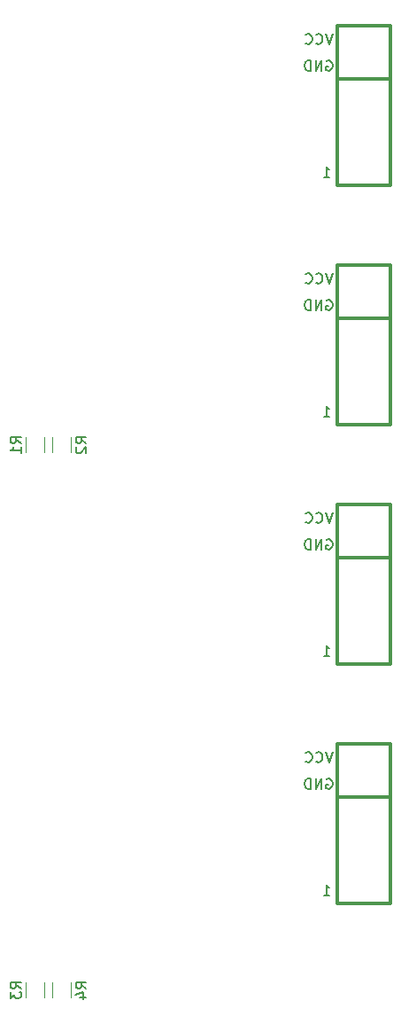
<source format=gbr>
%TF.GenerationSoftware,KiCad,Pcbnew,9.0.0-9.0.0-2~ubuntu24.04.1*%
%TF.CreationDate,2025-03-20T00:33:01-04:00*%
%TF.ProjectId,LVDS-PMOD,4c564453-2d50-44d4-9f44-2e6b69636164,1*%
%TF.SameCoordinates,Original*%
%TF.FileFunction,Legend,Bot*%
%TF.FilePolarity,Positive*%
%FSLAX46Y46*%
G04 Gerber Fmt 4.6, Leading zero omitted, Abs format (unit mm)*
G04 Created by KiCad (PCBNEW 9.0.0-9.0.0-2~ubuntu24.04.1) date 2025-03-20 00:33:01*
%MOMM*%
%LPD*%
G01*
G04 APERTURE LIST*
%ADD10C,0.150000*%
%ADD11C,0.120000*%
%ADD12C,0.304800*%
G04 APERTURE END LIST*
D10*
X42969319Y-136982333D02*
X42493128Y-136649000D01*
X42969319Y-136410905D02*
X41969319Y-136410905D01*
X41969319Y-136410905D02*
X41969319Y-136791857D01*
X41969319Y-136791857D02*
X42016938Y-136887095D01*
X42016938Y-136887095D02*
X42064557Y-136934714D01*
X42064557Y-136934714D02*
X42159795Y-136982333D01*
X42159795Y-136982333D02*
X42302652Y-136982333D01*
X42302652Y-136982333D02*
X42397890Y-136934714D01*
X42397890Y-136934714D02*
X42445509Y-136887095D01*
X42445509Y-136887095D02*
X42493128Y-136791857D01*
X42493128Y-136791857D02*
X42493128Y-136410905D01*
X42302652Y-137839476D02*
X42969319Y-137839476D01*
X41921700Y-137601381D02*
X42635985Y-137363286D01*
X42635985Y-137363286D02*
X42635985Y-137982333D01*
X36704319Y-136982333D02*
X36228128Y-136649000D01*
X36704319Y-136410905D02*
X35704319Y-136410905D01*
X35704319Y-136410905D02*
X35704319Y-136791857D01*
X35704319Y-136791857D02*
X35751938Y-136887095D01*
X35751938Y-136887095D02*
X35799557Y-136934714D01*
X35799557Y-136934714D02*
X35894795Y-136982333D01*
X35894795Y-136982333D02*
X36037652Y-136982333D01*
X36037652Y-136982333D02*
X36132890Y-136934714D01*
X36132890Y-136934714D02*
X36180509Y-136887095D01*
X36180509Y-136887095D02*
X36228128Y-136791857D01*
X36228128Y-136791857D02*
X36228128Y-136410905D01*
X35704319Y-137315667D02*
X35704319Y-137934714D01*
X35704319Y-137934714D02*
X36085271Y-137601381D01*
X36085271Y-137601381D02*
X36085271Y-137744238D01*
X36085271Y-137744238D02*
X36132890Y-137839476D01*
X36132890Y-137839476D02*
X36180509Y-137887095D01*
X36180509Y-137887095D02*
X36275747Y-137934714D01*
X36275747Y-137934714D02*
X36513842Y-137934714D01*
X36513842Y-137934714D02*
X36609080Y-137887095D01*
X36609080Y-137887095D02*
X36656700Y-137839476D01*
X36656700Y-137839476D02*
X36704319Y-137744238D01*
X36704319Y-137744238D02*
X36704319Y-137458524D01*
X36704319Y-137458524D02*
X36656700Y-137363286D01*
X36656700Y-137363286D02*
X36609080Y-137315667D01*
X36704319Y-84923333D02*
X36228128Y-84590000D01*
X36704319Y-84351905D02*
X35704319Y-84351905D01*
X35704319Y-84351905D02*
X35704319Y-84732857D01*
X35704319Y-84732857D02*
X35751938Y-84828095D01*
X35751938Y-84828095D02*
X35799557Y-84875714D01*
X35799557Y-84875714D02*
X35894795Y-84923333D01*
X35894795Y-84923333D02*
X36037652Y-84923333D01*
X36037652Y-84923333D02*
X36132890Y-84875714D01*
X36132890Y-84875714D02*
X36180509Y-84828095D01*
X36180509Y-84828095D02*
X36228128Y-84732857D01*
X36228128Y-84732857D02*
X36228128Y-84351905D01*
X36704319Y-85875714D02*
X36704319Y-85304286D01*
X36704319Y-85590000D02*
X35704319Y-85590000D01*
X35704319Y-85590000D02*
X35847176Y-85494762D01*
X35847176Y-85494762D02*
X35942414Y-85399524D01*
X35942414Y-85399524D02*
X35990033Y-85304286D01*
X66517332Y-45809819D02*
X66183999Y-46809819D01*
X66183999Y-46809819D02*
X65850666Y-45809819D01*
X64945904Y-46714580D02*
X64993523Y-46762200D01*
X64993523Y-46762200D02*
X65136380Y-46809819D01*
X65136380Y-46809819D02*
X65231618Y-46809819D01*
X65231618Y-46809819D02*
X65374475Y-46762200D01*
X65374475Y-46762200D02*
X65469713Y-46666961D01*
X65469713Y-46666961D02*
X65517332Y-46571723D01*
X65517332Y-46571723D02*
X65564951Y-46381247D01*
X65564951Y-46381247D02*
X65564951Y-46238390D01*
X65564951Y-46238390D02*
X65517332Y-46047914D01*
X65517332Y-46047914D02*
X65469713Y-45952676D01*
X65469713Y-45952676D02*
X65374475Y-45857438D01*
X65374475Y-45857438D02*
X65231618Y-45809819D01*
X65231618Y-45809819D02*
X65136380Y-45809819D01*
X65136380Y-45809819D02*
X64993523Y-45857438D01*
X64993523Y-45857438D02*
X64945904Y-45905057D01*
X63945904Y-46714580D02*
X63993523Y-46762200D01*
X63993523Y-46762200D02*
X64136380Y-46809819D01*
X64136380Y-46809819D02*
X64231618Y-46809819D01*
X64231618Y-46809819D02*
X64374475Y-46762200D01*
X64374475Y-46762200D02*
X64469713Y-46666961D01*
X64469713Y-46666961D02*
X64517332Y-46571723D01*
X64517332Y-46571723D02*
X64564951Y-46381247D01*
X64564951Y-46381247D02*
X64564951Y-46238390D01*
X64564951Y-46238390D02*
X64517332Y-46047914D01*
X64517332Y-46047914D02*
X64469713Y-45952676D01*
X64469713Y-45952676D02*
X64374475Y-45857438D01*
X64374475Y-45857438D02*
X64231618Y-45809819D01*
X64231618Y-45809819D02*
X64136380Y-45809819D01*
X64136380Y-45809819D02*
X63993523Y-45857438D01*
X63993523Y-45857438D02*
X63945904Y-45905057D01*
X65945904Y-48397438D02*
X66041142Y-48349819D01*
X66041142Y-48349819D02*
X66183999Y-48349819D01*
X66183999Y-48349819D02*
X66326856Y-48397438D01*
X66326856Y-48397438D02*
X66422094Y-48492676D01*
X66422094Y-48492676D02*
X66469713Y-48587914D01*
X66469713Y-48587914D02*
X66517332Y-48778390D01*
X66517332Y-48778390D02*
X66517332Y-48921247D01*
X66517332Y-48921247D02*
X66469713Y-49111723D01*
X66469713Y-49111723D02*
X66422094Y-49206961D01*
X66422094Y-49206961D02*
X66326856Y-49302200D01*
X66326856Y-49302200D02*
X66183999Y-49349819D01*
X66183999Y-49349819D02*
X66088761Y-49349819D01*
X66088761Y-49349819D02*
X65945904Y-49302200D01*
X65945904Y-49302200D02*
X65898285Y-49254580D01*
X65898285Y-49254580D02*
X65898285Y-48921247D01*
X65898285Y-48921247D02*
X66088761Y-48921247D01*
X65469713Y-49349819D02*
X65469713Y-48349819D01*
X65469713Y-48349819D02*
X64898285Y-49349819D01*
X64898285Y-49349819D02*
X64898285Y-48349819D01*
X64422094Y-49349819D02*
X64422094Y-48349819D01*
X64422094Y-48349819D02*
X64183999Y-48349819D01*
X64183999Y-48349819D02*
X64041142Y-48397438D01*
X64041142Y-48397438D02*
X63945904Y-48492676D01*
X63945904Y-48492676D02*
X63898285Y-48587914D01*
X63898285Y-48587914D02*
X63850666Y-48778390D01*
X63850666Y-48778390D02*
X63850666Y-48921247D01*
X63850666Y-48921247D02*
X63898285Y-49111723D01*
X63898285Y-49111723D02*
X63945904Y-49206961D01*
X63945904Y-49206961D02*
X64041142Y-49302200D01*
X64041142Y-49302200D02*
X64183999Y-49349819D01*
X64183999Y-49349819D02*
X64422094Y-49349819D01*
X65660285Y-59509819D02*
X66231713Y-59509819D01*
X65945999Y-59509819D02*
X65945999Y-58509819D01*
X65945999Y-58509819D02*
X66041237Y-58652676D01*
X66041237Y-58652676D02*
X66136475Y-58747914D01*
X66136475Y-58747914D02*
X66231713Y-58795533D01*
X65945904Y-71257438D02*
X66041142Y-71209819D01*
X66041142Y-71209819D02*
X66183999Y-71209819D01*
X66183999Y-71209819D02*
X66326856Y-71257438D01*
X66326856Y-71257438D02*
X66422094Y-71352676D01*
X66422094Y-71352676D02*
X66469713Y-71447914D01*
X66469713Y-71447914D02*
X66517332Y-71638390D01*
X66517332Y-71638390D02*
X66517332Y-71781247D01*
X66517332Y-71781247D02*
X66469713Y-71971723D01*
X66469713Y-71971723D02*
X66422094Y-72066961D01*
X66422094Y-72066961D02*
X66326856Y-72162200D01*
X66326856Y-72162200D02*
X66183999Y-72209819D01*
X66183999Y-72209819D02*
X66088761Y-72209819D01*
X66088761Y-72209819D02*
X65945904Y-72162200D01*
X65945904Y-72162200D02*
X65898285Y-72114580D01*
X65898285Y-72114580D02*
X65898285Y-71781247D01*
X65898285Y-71781247D02*
X66088761Y-71781247D01*
X65469713Y-72209819D02*
X65469713Y-71209819D01*
X65469713Y-71209819D02*
X64898285Y-72209819D01*
X64898285Y-72209819D02*
X64898285Y-71209819D01*
X64422094Y-72209819D02*
X64422094Y-71209819D01*
X64422094Y-71209819D02*
X64183999Y-71209819D01*
X64183999Y-71209819D02*
X64041142Y-71257438D01*
X64041142Y-71257438D02*
X63945904Y-71352676D01*
X63945904Y-71352676D02*
X63898285Y-71447914D01*
X63898285Y-71447914D02*
X63850666Y-71638390D01*
X63850666Y-71638390D02*
X63850666Y-71781247D01*
X63850666Y-71781247D02*
X63898285Y-71971723D01*
X63898285Y-71971723D02*
X63945904Y-72066961D01*
X63945904Y-72066961D02*
X64041142Y-72162200D01*
X64041142Y-72162200D02*
X64183999Y-72209819D01*
X64183999Y-72209819D02*
X64422094Y-72209819D01*
X65660285Y-82369819D02*
X66231713Y-82369819D01*
X65945999Y-82369819D02*
X65945999Y-81369819D01*
X65945999Y-81369819D02*
X66041237Y-81512676D01*
X66041237Y-81512676D02*
X66136475Y-81607914D01*
X66136475Y-81607914D02*
X66231713Y-81655533D01*
X66517332Y-68669819D02*
X66183999Y-69669819D01*
X66183999Y-69669819D02*
X65850666Y-68669819D01*
X64945904Y-69574580D02*
X64993523Y-69622200D01*
X64993523Y-69622200D02*
X65136380Y-69669819D01*
X65136380Y-69669819D02*
X65231618Y-69669819D01*
X65231618Y-69669819D02*
X65374475Y-69622200D01*
X65374475Y-69622200D02*
X65469713Y-69526961D01*
X65469713Y-69526961D02*
X65517332Y-69431723D01*
X65517332Y-69431723D02*
X65564951Y-69241247D01*
X65564951Y-69241247D02*
X65564951Y-69098390D01*
X65564951Y-69098390D02*
X65517332Y-68907914D01*
X65517332Y-68907914D02*
X65469713Y-68812676D01*
X65469713Y-68812676D02*
X65374475Y-68717438D01*
X65374475Y-68717438D02*
X65231618Y-68669819D01*
X65231618Y-68669819D02*
X65136380Y-68669819D01*
X65136380Y-68669819D02*
X64993523Y-68717438D01*
X64993523Y-68717438D02*
X64945904Y-68765057D01*
X63945904Y-69574580D02*
X63993523Y-69622200D01*
X63993523Y-69622200D02*
X64136380Y-69669819D01*
X64136380Y-69669819D02*
X64231618Y-69669819D01*
X64231618Y-69669819D02*
X64374475Y-69622200D01*
X64374475Y-69622200D02*
X64469713Y-69526961D01*
X64469713Y-69526961D02*
X64517332Y-69431723D01*
X64517332Y-69431723D02*
X64564951Y-69241247D01*
X64564951Y-69241247D02*
X64564951Y-69098390D01*
X64564951Y-69098390D02*
X64517332Y-68907914D01*
X64517332Y-68907914D02*
X64469713Y-68812676D01*
X64469713Y-68812676D02*
X64374475Y-68717438D01*
X64374475Y-68717438D02*
X64231618Y-68669819D01*
X64231618Y-68669819D02*
X64136380Y-68669819D01*
X64136380Y-68669819D02*
X63993523Y-68717438D01*
X63993523Y-68717438D02*
X63945904Y-68765057D01*
X65945904Y-94117438D02*
X66041142Y-94069819D01*
X66041142Y-94069819D02*
X66183999Y-94069819D01*
X66183999Y-94069819D02*
X66326856Y-94117438D01*
X66326856Y-94117438D02*
X66422094Y-94212676D01*
X66422094Y-94212676D02*
X66469713Y-94307914D01*
X66469713Y-94307914D02*
X66517332Y-94498390D01*
X66517332Y-94498390D02*
X66517332Y-94641247D01*
X66517332Y-94641247D02*
X66469713Y-94831723D01*
X66469713Y-94831723D02*
X66422094Y-94926961D01*
X66422094Y-94926961D02*
X66326856Y-95022200D01*
X66326856Y-95022200D02*
X66183999Y-95069819D01*
X66183999Y-95069819D02*
X66088761Y-95069819D01*
X66088761Y-95069819D02*
X65945904Y-95022200D01*
X65945904Y-95022200D02*
X65898285Y-94974580D01*
X65898285Y-94974580D02*
X65898285Y-94641247D01*
X65898285Y-94641247D02*
X66088761Y-94641247D01*
X65469713Y-95069819D02*
X65469713Y-94069819D01*
X65469713Y-94069819D02*
X64898285Y-95069819D01*
X64898285Y-95069819D02*
X64898285Y-94069819D01*
X64422094Y-95069819D02*
X64422094Y-94069819D01*
X64422094Y-94069819D02*
X64183999Y-94069819D01*
X64183999Y-94069819D02*
X64041142Y-94117438D01*
X64041142Y-94117438D02*
X63945904Y-94212676D01*
X63945904Y-94212676D02*
X63898285Y-94307914D01*
X63898285Y-94307914D02*
X63850666Y-94498390D01*
X63850666Y-94498390D02*
X63850666Y-94641247D01*
X63850666Y-94641247D02*
X63898285Y-94831723D01*
X63898285Y-94831723D02*
X63945904Y-94926961D01*
X63945904Y-94926961D02*
X64041142Y-95022200D01*
X64041142Y-95022200D02*
X64183999Y-95069819D01*
X64183999Y-95069819D02*
X64422094Y-95069819D01*
X65660285Y-105229819D02*
X66231713Y-105229819D01*
X65945999Y-105229819D02*
X65945999Y-104229819D01*
X65945999Y-104229819D02*
X66041237Y-104372676D01*
X66041237Y-104372676D02*
X66136475Y-104467914D01*
X66136475Y-104467914D02*
X66231713Y-104515533D01*
X66517332Y-91529819D02*
X66183999Y-92529819D01*
X66183999Y-92529819D02*
X65850666Y-91529819D01*
X64945904Y-92434580D02*
X64993523Y-92482200D01*
X64993523Y-92482200D02*
X65136380Y-92529819D01*
X65136380Y-92529819D02*
X65231618Y-92529819D01*
X65231618Y-92529819D02*
X65374475Y-92482200D01*
X65374475Y-92482200D02*
X65469713Y-92386961D01*
X65469713Y-92386961D02*
X65517332Y-92291723D01*
X65517332Y-92291723D02*
X65564951Y-92101247D01*
X65564951Y-92101247D02*
X65564951Y-91958390D01*
X65564951Y-91958390D02*
X65517332Y-91767914D01*
X65517332Y-91767914D02*
X65469713Y-91672676D01*
X65469713Y-91672676D02*
X65374475Y-91577438D01*
X65374475Y-91577438D02*
X65231618Y-91529819D01*
X65231618Y-91529819D02*
X65136380Y-91529819D01*
X65136380Y-91529819D02*
X64993523Y-91577438D01*
X64993523Y-91577438D02*
X64945904Y-91625057D01*
X63945904Y-92434580D02*
X63993523Y-92482200D01*
X63993523Y-92482200D02*
X64136380Y-92529819D01*
X64136380Y-92529819D02*
X64231618Y-92529819D01*
X64231618Y-92529819D02*
X64374475Y-92482200D01*
X64374475Y-92482200D02*
X64469713Y-92386961D01*
X64469713Y-92386961D02*
X64517332Y-92291723D01*
X64517332Y-92291723D02*
X64564951Y-92101247D01*
X64564951Y-92101247D02*
X64564951Y-91958390D01*
X64564951Y-91958390D02*
X64517332Y-91767914D01*
X64517332Y-91767914D02*
X64469713Y-91672676D01*
X64469713Y-91672676D02*
X64374475Y-91577438D01*
X64374475Y-91577438D02*
X64231618Y-91529819D01*
X64231618Y-91529819D02*
X64136380Y-91529819D01*
X64136380Y-91529819D02*
X63993523Y-91577438D01*
X63993523Y-91577438D02*
X63945904Y-91625057D01*
X65945904Y-116977438D02*
X66041142Y-116929819D01*
X66041142Y-116929819D02*
X66183999Y-116929819D01*
X66183999Y-116929819D02*
X66326856Y-116977438D01*
X66326856Y-116977438D02*
X66422094Y-117072676D01*
X66422094Y-117072676D02*
X66469713Y-117167914D01*
X66469713Y-117167914D02*
X66517332Y-117358390D01*
X66517332Y-117358390D02*
X66517332Y-117501247D01*
X66517332Y-117501247D02*
X66469713Y-117691723D01*
X66469713Y-117691723D02*
X66422094Y-117786961D01*
X66422094Y-117786961D02*
X66326856Y-117882200D01*
X66326856Y-117882200D02*
X66183999Y-117929819D01*
X66183999Y-117929819D02*
X66088761Y-117929819D01*
X66088761Y-117929819D02*
X65945904Y-117882200D01*
X65945904Y-117882200D02*
X65898285Y-117834580D01*
X65898285Y-117834580D02*
X65898285Y-117501247D01*
X65898285Y-117501247D02*
X66088761Y-117501247D01*
X65469713Y-117929819D02*
X65469713Y-116929819D01*
X65469713Y-116929819D02*
X64898285Y-117929819D01*
X64898285Y-117929819D02*
X64898285Y-116929819D01*
X64422094Y-117929819D02*
X64422094Y-116929819D01*
X64422094Y-116929819D02*
X64183999Y-116929819D01*
X64183999Y-116929819D02*
X64041142Y-116977438D01*
X64041142Y-116977438D02*
X63945904Y-117072676D01*
X63945904Y-117072676D02*
X63898285Y-117167914D01*
X63898285Y-117167914D02*
X63850666Y-117358390D01*
X63850666Y-117358390D02*
X63850666Y-117501247D01*
X63850666Y-117501247D02*
X63898285Y-117691723D01*
X63898285Y-117691723D02*
X63945904Y-117786961D01*
X63945904Y-117786961D02*
X64041142Y-117882200D01*
X64041142Y-117882200D02*
X64183999Y-117929819D01*
X64183999Y-117929819D02*
X64422094Y-117929819D01*
X66517332Y-114389819D02*
X66183999Y-115389819D01*
X66183999Y-115389819D02*
X65850666Y-114389819D01*
X64945904Y-115294580D02*
X64993523Y-115342200D01*
X64993523Y-115342200D02*
X65136380Y-115389819D01*
X65136380Y-115389819D02*
X65231618Y-115389819D01*
X65231618Y-115389819D02*
X65374475Y-115342200D01*
X65374475Y-115342200D02*
X65469713Y-115246961D01*
X65469713Y-115246961D02*
X65517332Y-115151723D01*
X65517332Y-115151723D02*
X65564951Y-114961247D01*
X65564951Y-114961247D02*
X65564951Y-114818390D01*
X65564951Y-114818390D02*
X65517332Y-114627914D01*
X65517332Y-114627914D02*
X65469713Y-114532676D01*
X65469713Y-114532676D02*
X65374475Y-114437438D01*
X65374475Y-114437438D02*
X65231618Y-114389819D01*
X65231618Y-114389819D02*
X65136380Y-114389819D01*
X65136380Y-114389819D02*
X64993523Y-114437438D01*
X64993523Y-114437438D02*
X64945904Y-114485057D01*
X63945904Y-115294580D02*
X63993523Y-115342200D01*
X63993523Y-115342200D02*
X64136380Y-115389819D01*
X64136380Y-115389819D02*
X64231618Y-115389819D01*
X64231618Y-115389819D02*
X64374475Y-115342200D01*
X64374475Y-115342200D02*
X64469713Y-115246961D01*
X64469713Y-115246961D02*
X64517332Y-115151723D01*
X64517332Y-115151723D02*
X64564951Y-114961247D01*
X64564951Y-114961247D02*
X64564951Y-114818390D01*
X64564951Y-114818390D02*
X64517332Y-114627914D01*
X64517332Y-114627914D02*
X64469713Y-114532676D01*
X64469713Y-114532676D02*
X64374475Y-114437438D01*
X64374475Y-114437438D02*
X64231618Y-114389819D01*
X64231618Y-114389819D02*
X64136380Y-114389819D01*
X64136380Y-114389819D02*
X63993523Y-114437438D01*
X63993523Y-114437438D02*
X63945904Y-114485057D01*
X65660285Y-128089819D02*
X66231713Y-128089819D01*
X65945999Y-128089819D02*
X65945999Y-127089819D01*
X65945999Y-127089819D02*
X66041237Y-127232676D01*
X66041237Y-127232676D02*
X66136475Y-127327914D01*
X66136475Y-127327914D02*
X66231713Y-127375533D01*
X42969319Y-84923333D02*
X42493128Y-84590000D01*
X42969319Y-84351905D02*
X41969319Y-84351905D01*
X41969319Y-84351905D02*
X41969319Y-84732857D01*
X41969319Y-84732857D02*
X42016938Y-84828095D01*
X42016938Y-84828095D02*
X42064557Y-84875714D01*
X42064557Y-84875714D02*
X42159795Y-84923333D01*
X42159795Y-84923333D02*
X42302652Y-84923333D01*
X42302652Y-84923333D02*
X42397890Y-84875714D01*
X42397890Y-84875714D02*
X42445509Y-84828095D01*
X42445509Y-84828095D02*
X42493128Y-84732857D01*
X42493128Y-84732857D02*
X42493128Y-84351905D01*
X42064557Y-85304286D02*
X42016938Y-85351905D01*
X42016938Y-85351905D02*
X41969319Y-85447143D01*
X41969319Y-85447143D02*
X41969319Y-85685238D01*
X41969319Y-85685238D02*
X42016938Y-85780476D01*
X42016938Y-85780476D02*
X42064557Y-85828095D01*
X42064557Y-85828095D02*
X42159795Y-85875714D01*
X42159795Y-85875714D02*
X42255033Y-85875714D01*
X42255033Y-85875714D02*
X42397890Y-85828095D01*
X42397890Y-85828095D02*
X42969319Y-85256667D01*
X42969319Y-85256667D02*
X42969319Y-85875714D01*
D11*
%TO.C,R4*%
X41519500Y-136421936D02*
X41519500Y-137876064D01*
X39699500Y-136421936D02*
X39699500Y-137876064D01*
%TO.C,R3*%
X38979500Y-136421936D02*
X38979500Y-137876064D01*
X37159500Y-136421936D02*
X37159500Y-137876064D01*
%TO.C,R1*%
X38979500Y-84362936D02*
X38979500Y-85817064D01*
X37159500Y-84362936D02*
X37159500Y-85817064D01*
D12*
%TO.C,PMOD1*%
X72042000Y-60325000D02*
X72042000Y-45085000D01*
X72042000Y-45085000D02*
X66962000Y-45085000D01*
X66962000Y-60325000D02*
X72042000Y-60325000D01*
X66962000Y-50165000D02*
X72042000Y-50165000D01*
X66962000Y-45085000D02*
X66962000Y-60325000D01*
%TO.C,PMOD2*%
X72042000Y-83185000D02*
X72042000Y-67945000D01*
X72042000Y-67945000D02*
X66962000Y-67945000D01*
X66962000Y-83185000D02*
X72042000Y-83185000D01*
X66962000Y-73025000D02*
X72042000Y-73025000D01*
X66962000Y-67945000D02*
X66962000Y-83185000D01*
%TO.C,PMOD3*%
X66962000Y-90805000D02*
X66962000Y-106045000D01*
X66962000Y-95885000D02*
X72042000Y-95885000D01*
X66962000Y-106045000D02*
X72042000Y-106045000D01*
X72042000Y-90805000D02*
X66962000Y-90805000D01*
X72042000Y-106045000D02*
X72042000Y-90805000D01*
%TO.C,PMOD4*%
X66962000Y-113665000D02*
X66962000Y-128905000D01*
X66962000Y-118745000D02*
X72042000Y-118745000D01*
X66962000Y-128905000D02*
X72042000Y-128905000D01*
X72042000Y-113665000D02*
X66962000Y-113665000D01*
X72042000Y-128905000D02*
X72042000Y-113665000D01*
D11*
%TO.C,R2*%
X39699500Y-84362936D02*
X39699500Y-85817064D01*
X41519500Y-84362936D02*
X41519500Y-85817064D01*
%TD*%
M02*

</source>
